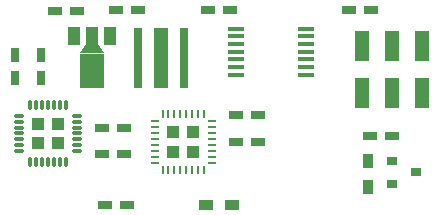
<source format=gbp>
G04 #@! TF.GenerationSoftware,KiCad,Pcbnew,no-vcs-found-996cba7~58~ubuntu16.04.1*
G04 #@! TF.CreationDate,2017-03-17T17:02:03+02:00*
G04 #@! TF.ProjectId,serial_gw,73657269616C5F67772E6B696361645F,rev?*
G04 #@! TF.FileFunction,Paste,Bot*
G04 #@! TF.FilePolarity,Positive*
%FSLAX46Y46*%
G04 Gerber Fmt 4.6, Leading zero omitted, Abs format (unit mm)*
G04 Created by KiCad (PCBNEW no-vcs-found-996cba7~58~ubuntu16.04.1) date Fri Mar 17 17:02:03 2017*
%MOMM*%
%LPD*%
G01*
G04 APERTURE LIST*
%ADD10C,0.100000*%
%ADD11R,0.800000X5.100000*%
%ADD12R,1.300000X5.100000*%
%ADD13R,1.200000X0.750000*%
%ADD14R,0.750000X1.200000*%
%ADD15R,1.270000X2.500000*%
%ADD16R,1.035000X1.035000*%
%ADD17R,0.250000X0.700000*%
%ADD18R,0.700000X0.250000*%
%ADD19R,1.200000X0.900000*%
%ADD20R,1.450000X0.450000*%
%ADD21C,0.749300*%
%ADD22R,1.998980X2.999740*%
%ADD23R,1.000760X1.501140*%
%ADD24R,1.005000X1.005000*%
%ADD25O,0.300000X0.850000*%
%ADD26O,0.850000X0.300000*%
%ADD27R,0.900000X1.200000*%
%ADD28R,0.900000X0.800000*%
G04 APERTURE END LIST*
D10*
D11*
X89490000Y-78740000D03*
D12*
X91440000Y-78740000D03*
D11*
X93390000Y-78740000D03*
D13*
X97282000Y-74676000D03*
X95382000Y-74676000D03*
X99690000Y-83566000D03*
X97790000Y-83566000D03*
X88326000Y-84728000D03*
X86426000Y-84728000D03*
X86426000Y-86868000D03*
X88326000Y-86868000D03*
X97790000Y-85852000D03*
X99690000Y-85852000D03*
X86680000Y-91186000D03*
X88580000Y-91186000D03*
X84328000Y-74760000D03*
X82428000Y-74760000D03*
X107320000Y-74676000D03*
X109220000Y-74676000D03*
D14*
X81310000Y-78550000D03*
X81310000Y-80450000D03*
D13*
X89530000Y-74730000D03*
X87630000Y-74730000D03*
D14*
X79070000Y-78560000D03*
X79070000Y-80460000D03*
D15*
X113498000Y-81756000D03*
X110998000Y-81756000D03*
X108458000Y-81756000D03*
X108458000Y-77756000D03*
X110998000Y-77756000D03*
X113538000Y-77756000D03*
D16*
X92456000Y-86740500D03*
X92456000Y-85015500D03*
X94181000Y-86740500D03*
X94181000Y-85015500D03*
D17*
X91568500Y-88278000D03*
X92068500Y-88278000D03*
X92568500Y-88278000D03*
X93068500Y-88278000D03*
X93568500Y-88278000D03*
X94068500Y-88278000D03*
X94568500Y-88278000D03*
X95068500Y-88278000D03*
D18*
X95718500Y-87628000D03*
X95718500Y-87128000D03*
X95718500Y-86628000D03*
X95718500Y-86128000D03*
X95718500Y-85628000D03*
X95718500Y-85128000D03*
X95718500Y-84628000D03*
X95718500Y-84128000D03*
D17*
X95068500Y-83478000D03*
X94568500Y-83478000D03*
X94068500Y-83478000D03*
X93568500Y-83478000D03*
X93068500Y-83478000D03*
X92568500Y-83478000D03*
X92068500Y-83478000D03*
X91568500Y-83478000D03*
D18*
X90918500Y-84128000D03*
X90918500Y-84628000D03*
X90918500Y-85128000D03*
X90918500Y-85628000D03*
X90918500Y-86128000D03*
X90918500Y-86628000D03*
X90918500Y-87128000D03*
X90918500Y-87628000D03*
D19*
X95250000Y-91186000D03*
X97450000Y-91186000D03*
D20*
X97790000Y-76282000D03*
X97790000Y-76932000D03*
X97790000Y-77582000D03*
X97790000Y-78232000D03*
X97790000Y-78882000D03*
X97790000Y-79532000D03*
X97790000Y-80182000D03*
X103690000Y-80182000D03*
X103690000Y-79532000D03*
X103690000Y-78882000D03*
X103690000Y-78232000D03*
X103690000Y-77582000D03*
X103690000Y-76932000D03*
X103690000Y-76282000D03*
D21*
X85598000Y-77990700D03*
D10*
G36*
X86098380Y-77616050D02*
X86598760Y-78365350D01*
X84597240Y-78365350D01*
X85097620Y-77616050D01*
X86098380Y-77616050D01*
X86098380Y-77616050D01*
G37*
D22*
X85598000Y-79839820D03*
D23*
X87099140Y-76888340D03*
X85598000Y-76888340D03*
X84096860Y-76888340D03*
D24*
X81026000Y-86003000D03*
X81026000Y-84328000D03*
X82701000Y-86003000D03*
X82701000Y-84328000D03*
D25*
X80363500Y-87615500D03*
X80863500Y-87615500D03*
X81363500Y-87615500D03*
X81863500Y-87615500D03*
X82363500Y-87615500D03*
X82863500Y-87615500D03*
X83363500Y-87615500D03*
D26*
X84313500Y-86665500D03*
X84313500Y-86165500D03*
X84313500Y-85665500D03*
X84313500Y-85165500D03*
X84313500Y-84665500D03*
X84313500Y-84165500D03*
X84313500Y-83665500D03*
D25*
X83363500Y-82715500D03*
X82863500Y-82715500D03*
X82363500Y-82715500D03*
X81863500Y-82715500D03*
X81363500Y-82715500D03*
X80863500Y-82715500D03*
X80363500Y-82715500D03*
D26*
X79413500Y-83665500D03*
X79413500Y-84165500D03*
X79413500Y-84665500D03*
X79413500Y-85165500D03*
X79413500Y-85665500D03*
X79413500Y-86165500D03*
X79413500Y-86665500D03*
D13*
X110998000Y-85344000D03*
X109098000Y-85344000D03*
D27*
X108966000Y-87462000D03*
X108966000Y-89662000D03*
D28*
X112998000Y-88458000D03*
X110998000Y-87508000D03*
X110998000Y-89408000D03*
M02*

</source>
